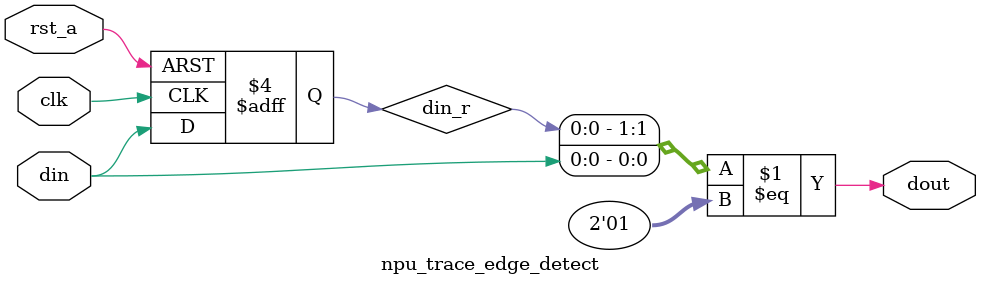
<source format=sv>
/*
 * Copyright (C) 2021-2023 Synopsys, Inc. All rights reserved.
 *
 * SYNOPSYS CONFIDENTIAL - This is an unpublished, confidential, and
 * proprietary work of Synopsys, Inc., and may be subject to patent,
 * copyright, trade secret, and other legal or contractual protection.
 * This work may be used only pursuant to the terms and conditions of a
 * written license agreement with Synopsys, Inc. All other use, reproduction,
 * distribution, or disclosure of this work is strictly prohibited.
 *
 * The entire notice above must be reproduced on all authorized copies.
 */

/*
 * Detect rising edge for trace valid
 */

`include "npu_defines.v"

module npu_trace_edge_detect
  (
   input  logic          clk,                // clock
   input  logic          rst_a,              // asynchronous reset, active high, synchronous deassertion
   input  logic          din,                // input data
   output logic          dout                // output data
   );
  // local wires
  logic           din_r;   // delayed input

  // simple assignments
  assign dout = ({din_r, din} == 2'b01);

  // registers
  // outputs: 
  always_ff @(posedge clk or posedge rst_a)
  begin : reg_PROC
    if (rst_a == 1'b1)
    begin
      din_r      <= 1'b0;
    end
    else
    begin
      din_r      <= din;
    end
  end : reg_PROC

endmodule : npu_trace_edge_detect

</source>
